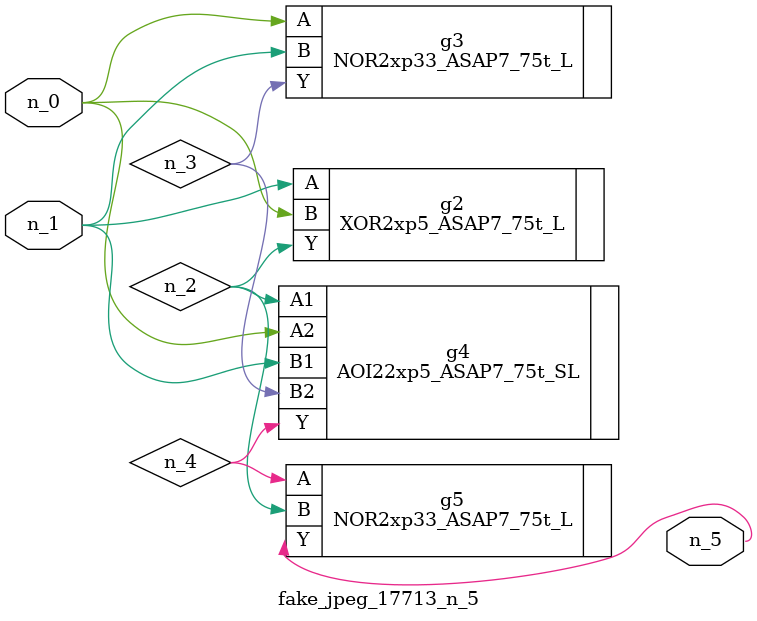
<source format=v>
module fake_jpeg_17713_n_5 (n_0, n_1, n_5);

input n_0;
input n_1;

output n_5;

wire n_3;
wire n_2;
wire n_4;

XOR2xp5_ASAP7_75t_L g2 ( 
.A(n_1),
.B(n_0),
.Y(n_2)
);

NOR2xp33_ASAP7_75t_L g3 ( 
.A(n_0),
.B(n_1),
.Y(n_3)
);

AOI22xp5_ASAP7_75t_SL g4 ( 
.A1(n_2),
.A2(n_0),
.B1(n_1),
.B2(n_3),
.Y(n_4)
);

NOR2xp33_ASAP7_75t_L g5 ( 
.A(n_4),
.B(n_2),
.Y(n_5)
);


endmodule
</source>
